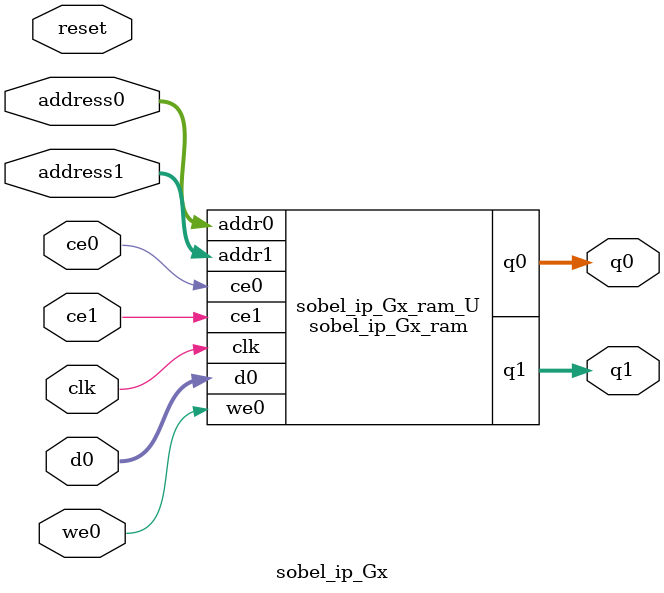
<source format=v>

`timescale 1 ns / 1 ps
module sobel_ip_Gx_ram (addr0, ce0, d0, we0, q0, addr1, ce1, q1,  clk);

parameter DWIDTH = 32;
parameter AWIDTH = 4;
parameter MEM_SIZE = 9;

input[AWIDTH-1:0] addr0;
input ce0;
input[DWIDTH-1:0] d0;
input we0;
output reg[DWIDTH-1:0] q0;
input[AWIDTH-1:0] addr1;
input ce1;
output reg[DWIDTH-1:0] q1;
input clk;

(* ram_style = "block" *)reg [DWIDTH-1:0] ram[MEM_SIZE-1:0];




always @(posedge clk)  
begin 
    if (ce0) 
    begin
        if (we0) 
        begin 
            ram[addr0] <= d0; 
            q0 <= d0;
        end 
        else 
            q0 <= ram[addr0];
    end
end


always @(posedge clk)  
begin 
    if (ce1) 
    begin
            q1 <= ram[addr1];
    end
end


endmodule


`timescale 1 ns / 1 ps
module sobel_ip_Gx(
    reset,
    clk,
    address0,
    ce0,
    we0,
    d0,
    q0,
    address1,
    ce1,
    q1);

parameter DataWidth = 32'd32;
parameter AddressRange = 32'd9;
parameter AddressWidth = 32'd4;
input reset;
input clk;
input[AddressWidth - 1:0] address0;
input ce0;
input we0;
input[DataWidth - 1:0] d0;
output[DataWidth - 1:0] q0;
input[AddressWidth - 1:0] address1;
input ce1;
output[DataWidth - 1:0] q1;




sobel_ip_Gx_ram sobel_ip_Gx_ram_U(
    .clk( clk ),
    .addr0( address0 ),
    .ce0( ce0 ),
    .d0( d0 ),
    .we0( we0 ),
    .q0( q0 ),
    .addr1( address1 ),
    .ce1( ce1 ),
    .q1( q1 ));

endmodule


</source>
